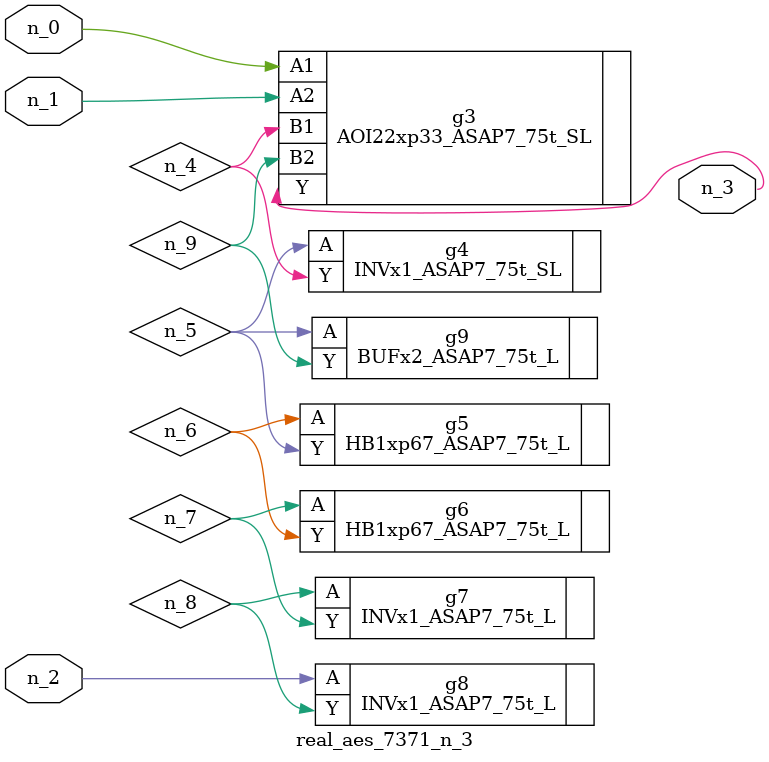
<source format=v>
module real_aes_7371_n_3 (n_0, n_2, n_1, n_3);
input n_0;
input n_2;
input n_1;
output n_3;
wire n_4;
wire n_5;
wire n_7;
wire n_9;
wire n_6;
wire n_8;
AOI22xp33_ASAP7_75t_SL g3 ( .A1(n_0), .A2(n_1), .B1(n_4), .B2(n_9), .Y(n_3) );
INVx1_ASAP7_75t_L g8 ( .A(n_2), .Y(n_8) );
INVx1_ASAP7_75t_SL g4 ( .A(n_5), .Y(n_4) );
BUFx2_ASAP7_75t_L g9 ( .A(n_5), .Y(n_9) );
HB1xp67_ASAP7_75t_L g5 ( .A(n_6), .Y(n_5) );
HB1xp67_ASAP7_75t_L g6 ( .A(n_7), .Y(n_6) );
INVx1_ASAP7_75t_L g7 ( .A(n_8), .Y(n_7) );
endmodule
</source>
